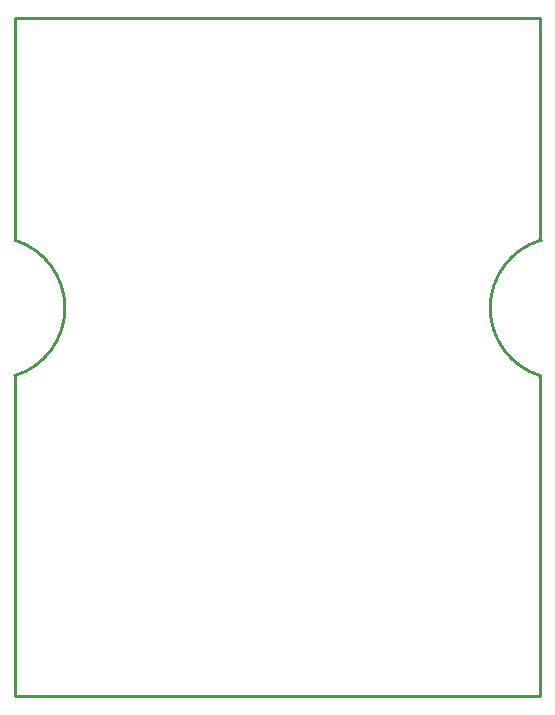
<source format=gko>
%FSLAX23Y23*%
%MOIN*%
G70*
G01*
G75*
G04 Layer_Color=16711935*
%ADD10C,0.030*%
%ADD11C,0.020*%
%ADD12C,0.012*%
%ADD13C,0.010*%
%ADD14R,0.024X0.047*%
%ADD15R,0.039X0.051*%
%ADD16R,0.110X0.115*%
%ADD17R,0.098X0.091*%
%ADD18R,0.060X0.074*%
%ADD19R,0.080X0.080*%
%ADD20R,0.074X0.060*%
%ADD21R,0.051X0.039*%
%ADD22O,0.053X0.022*%
%ADD23O,0.022X0.053*%
%ADD24R,0.022X0.053*%
%ADD25R,0.026X0.079*%
%ADD26R,0.106X0.033*%
%ADD27R,0.110X0.070*%
%ADD28R,0.050X0.050*%
%ADD29R,0.050X0.050*%
%ADD30R,0.100X0.060*%
%ADD31C,0.015*%
%ADD32C,0.008*%
%ADD33C,0.157*%
%ADD34C,0.100*%
%ADD35P,0.108X8X112.5*%
%ADD36C,0.060*%
%ADD37C,0.089*%
%ADD38P,0.076X8X202.5*%
%ADD39R,0.062X0.070*%
%ADD40O,0.062X0.070*%
%ADD41C,0.079*%
%ADD42C,0.050*%
%ADD43C,0.006*%
%ADD44C,0.008*%
%ADD45C,0.004*%
%ADD46C,0.025*%
%ADD47C,0.024*%
%ADD48C,0.010*%
%ADD49C,0.016*%
%ADD50C,0.012*%
%ADD51C,0.006*%
%ADD52C,0.002*%
%ADD53R,0.098X0.051*%
%ADD54R,0.038X0.061*%
%ADD55R,0.053X0.065*%
%ADD56R,0.124X0.129*%
%ADD57R,0.112X0.105*%
%ADD58R,0.074X0.088*%
%ADD59R,0.094X0.094*%
%ADD60R,0.088X0.074*%
%ADD61R,0.065X0.053*%
%ADD62O,0.067X0.036*%
%ADD63O,0.036X0.067*%
%ADD64R,0.036X0.067*%
%ADD65R,0.040X0.093*%
%ADD66R,0.124X0.084*%
%ADD67R,0.064X0.064*%
%ADD68R,0.064X0.064*%
%ADD69R,0.114X0.074*%
%ADD70C,0.171*%
%ADD71C,0.014*%
%ADD72C,0.114*%
%ADD73P,0.123X8X112.5*%
%ADD74C,0.074*%
%ADD75P,0.091X8X202.5*%
%ADD76C,0.093*%
%ADD77C,0.064*%
%ADD78C,0.103*%
%ADD79R,0.076X0.084*%
%ADD80O,0.076X0.084*%
D13*
X-0Y1069D02*
G03*
X1Y1521I-69J226D01*
G01*
X1753Y1521D02*
G03*
X1752Y1069I68J-226D01*
G01*
X0Y2260D02*
X1752D01*
X0Y0D02*
X1752D01*
X1752Y1535D02*
Y2260D01*
X0Y1524D02*
Y2260D01*
X1752Y0D02*
Y1069D01*
X0Y0D02*
Y1069D01*
X1752Y1522D02*
X1753Y1521D01*
X1752Y1522D02*
Y1535D01*
M02*

</source>
